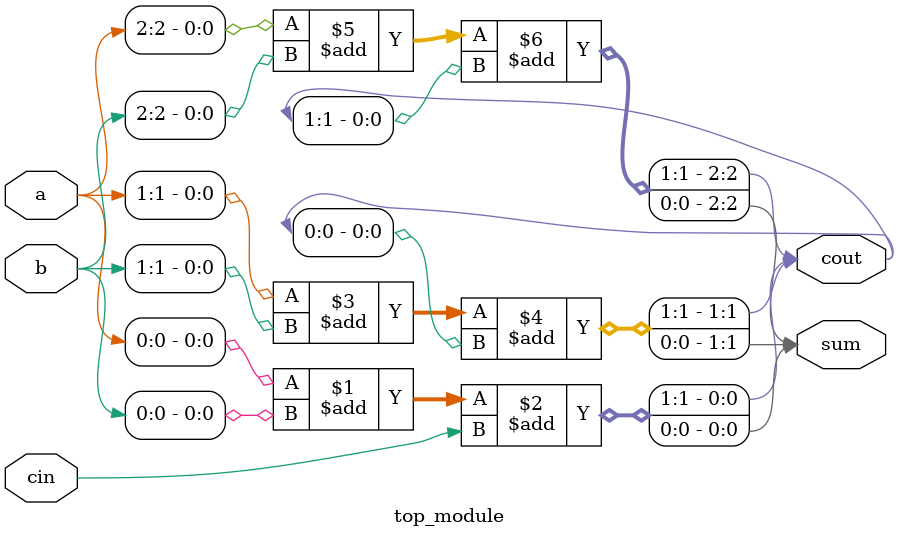
<source format=v>
module top_module( 
    input [2:0]  a, b,
    input        cin,
    output [2:0] cout,
    output [2:0] sum 
    );

    assign {cout[0],sum[0]} = a[0] + b[0] + cin;
    assign {cout[1],sum[1]} = a[1] + b[1] + cout[0];
    assign {cout[2],sum[2]} = a[2] + b[2] + cout[1];

endmodule

</source>
